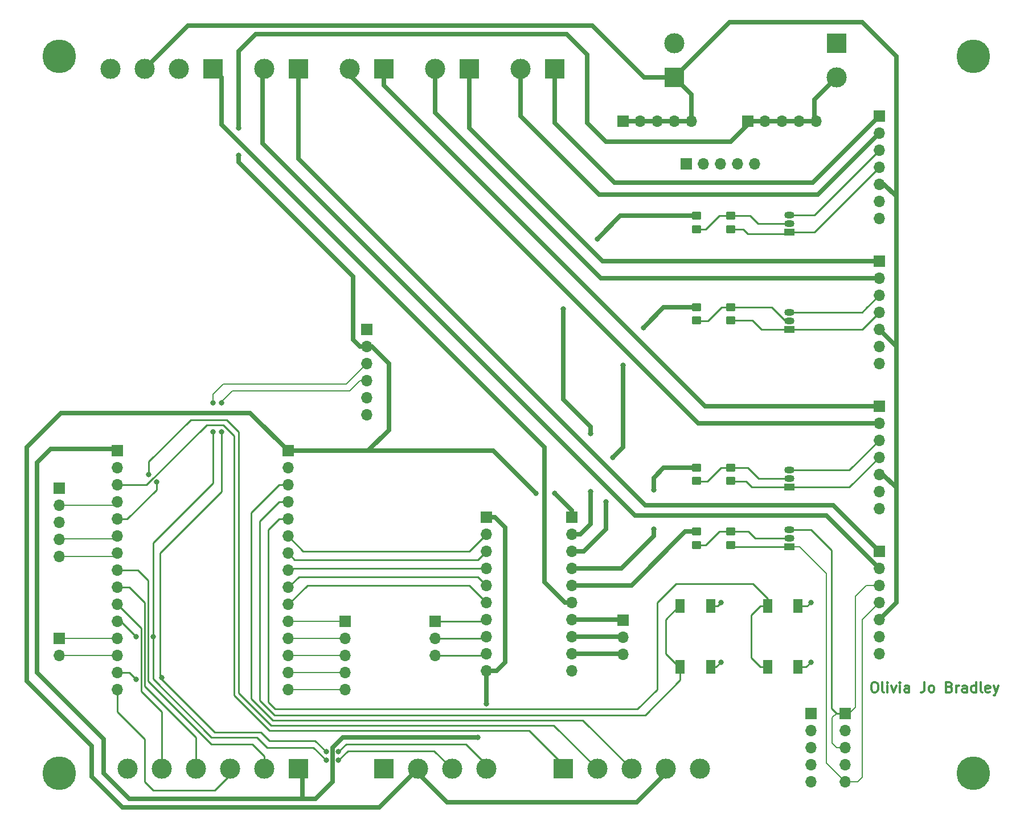
<source format=gtl>
G04 #@! TF.GenerationSoftware,KiCad,Pcbnew,(6.0.7)*
G04 #@! TF.CreationDate,2023-03-22T16:35:55-04:00*
G04 #@! TF.ProjectId,FlyBoxBoard,466c7942-6f78-4426-9f61-72642e6b6963,rev?*
G04 #@! TF.SameCoordinates,Original*
G04 #@! TF.FileFunction,Copper,L1,Top*
G04 #@! TF.FilePolarity,Positive*
%FSLAX46Y46*%
G04 Gerber Fmt 4.6, Leading zero omitted, Abs format (unit mm)*
G04 Created by KiCad (PCBNEW (6.0.7)) date 2023-03-22 16:35:55*
%MOMM*%
%LPD*%
G01*
G04 APERTURE LIST*
G04 Aperture macros list*
%AMRoundRect*
0 Rectangle with rounded corners*
0 $1 Rounding radius*
0 $2 $3 $4 $5 $6 $7 $8 $9 X,Y pos of 4 corners*
0 Add a 4 corners polygon primitive as box body*
4,1,4,$2,$3,$4,$5,$6,$7,$8,$9,$2,$3,0*
0 Add four circle primitives for the rounded corners*
1,1,$1+$1,$2,$3*
1,1,$1+$1,$4,$5*
1,1,$1+$1,$6,$7*
1,1,$1+$1,$8,$9*
0 Add four rect primitives between the rounded corners*
20,1,$1+$1,$2,$3,$4,$5,0*
20,1,$1+$1,$4,$5,$6,$7,0*
20,1,$1+$1,$6,$7,$8,$9,0*
20,1,$1+$1,$8,$9,$2,$3,0*%
G04 Aperture macros list end*
%ADD10C,0.300000*%
G04 #@! TA.AperFunction,NonConductor*
%ADD11C,0.300000*%
G04 #@! TD*
G04 #@! TA.AperFunction,ComponentPad*
%ADD12R,1.500000X1.050000*%
G04 #@! TD*
G04 #@! TA.AperFunction,ComponentPad*
%ADD13O,1.500000X1.050000*%
G04 #@! TD*
G04 #@! TA.AperFunction,ComponentPad*
%ADD14R,3.000000X3.000000*%
G04 #@! TD*
G04 #@! TA.AperFunction,ComponentPad*
%ADD15C,3.000000*%
G04 #@! TD*
G04 #@! TA.AperFunction,SMDPad,CuDef*
%ADD16RoundRect,0.250000X-0.450000X0.350000X-0.450000X-0.350000X0.450000X-0.350000X0.450000X0.350000X0*%
G04 #@! TD*
G04 #@! TA.AperFunction,SMDPad,CuDef*
%ADD17RoundRect,0.250000X0.450000X-0.350000X0.450000X0.350000X-0.450000X0.350000X-0.450000X-0.350000X0*%
G04 #@! TD*
G04 #@! TA.AperFunction,ComponentPad*
%ADD18R,1.700000X1.700000*%
G04 #@! TD*
G04 #@! TA.AperFunction,ComponentPad*
%ADD19O,1.700000X1.700000*%
G04 #@! TD*
G04 #@! TA.AperFunction,SMDPad,CuDef*
%ADD20R,1.400000X2.100000*%
G04 #@! TD*
G04 #@! TA.AperFunction,ViaPad*
%ADD21C,5.000000*%
G04 #@! TD*
G04 #@! TA.AperFunction,ViaPad*
%ADD22C,0.800000*%
G04 #@! TD*
G04 #@! TA.AperFunction,Conductor*
%ADD23C,0.250000*%
G04 #@! TD*
G04 #@! TA.AperFunction,Conductor*
%ADD24C,0.635000*%
G04 #@! TD*
G04 #@! TA.AperFunction,Conductor*
%ADD25C,0.203200*%
G04 #@! TD*
G04 #@! TA.AperFunction,Conductor*
%ADD26C,0.254000*%
G04 #@! TD*
G04 APERTURE END LIST*
D10*
D11*
X143963571Y-116018571D02*
X144249285Y-116018571D01*
X144392142Y-116090000D01*
X144535000Y-116232857D01*
X144606428Y-116518571D01*
X144606428Y-117018571D01*
X144535000Y-117304285D01*
X144392142Y-117447142D01*
X144249285Y-117518571D01*
X143963571Y-117518571D01*
X143820714Y-117447142D01*
X143677857Y-117304285D01*
X143606428Y-117018571D01*
X143606428Y-116518571D01*
X143677857Y-116232857D01*
X143820714Y-116090000D01*
X143963571Y-116018571D01*
X145463571Y-117518571D02*
X145320714Y-117447142D01*
X145249285Y-117304285D01*
X145249285Y-116018571D01*
X146035000Y-117518571D02*
X146035000Y-116518571D01*
X146035000Y-116018571D02*
X145963571Y-116090000D01*
X146035000Y-116161428D01*
X146106428Y-116090000D01*
X146035000Y-116018571D01*
X146035000Y-116161428D01*
X146606428Y-116518571D02*
X146963571Y-117518571D01*
X147320714Y-116518571D01*
X147892142Y-117518571D02*
X147892142Y-116518571D01*
X147892142Y-116018571D02*
X147820714Y-116090000D01*
X147892142Y-116161428D01*
X147963571Y-116090000D01*
X147892142Y-116018571D01*
X147892142Y-116161428D01*
X149249285Y-117518571D02*
X149249285Y-116732857D01*
X149177857Y-116590000D01*
X149035000Y-116518571D01*
X148749285Y-116518571D01*
X148606428Y-116590000D01*
X149249285Y-117447142D02*
X149106428Y-117518571D01*
X148749285Y-117518571D01*
X148606428Y-117447142D01*
X148535000Y-117304285D01*
X148535000Y-117161428D01*
X148606428Y-117018571D01*
X148749285Y-116947142D01*
X149106428Y-116947142D01*
X149249285Y-116875714D01*
X151535000Y-116018571D02*
X151535000Y-117090000D01*
X151463571Y-117304285D01*
X151320714Y-117447142D01*
X151106428Y-117518571D01*
X150963571Y-117518571D01*
X152463571Y-117518571D02*
X152320714Y-117447142D01*
X152249285Y-117375714D01*
X152177857Y-117232857D01*
X152177857Y-116804285D01*
X152249285Y-116661428D01*
X152320714Y-116590000D01*
X152463571Y-116518571D01*
X152677857Y-116518571D01*
X152820714Y-116590000D01*
X152892142Y-116661428D01*
X152963571Y-116804285D01*
X152963571Y-117232857D01*
X152892142Y-117375714D01*
X152820714Y-117447142D01*
X152677857Y-117518571D01*
X152463571Y-117518571D01*
X155249285Y-116732857D02*
X155463571Y-116804285D01*
X155535000Y-116875714D01*
X155606428Y-117018571D01*
X155606428Y-117232857D01*
X155535000Y-117375714D01*
X155463571Y-117447142D01*
X155320714Y-117518571D01*
X154749285Y-117518571D01*
X154749285Y-116018571D01*
X155249285Y-116018571D01*
X155392142Y-116090000D01*
X155463571Y-116161428D01*
X155535000Y-116304285D01*
X155535000Y-116447142D01*
X155463571Y-116590000D01*
X155392142Y-116661428D01*
X155249285Y-116732857D01*
X154749285Y-116732857D01*
X156249285Y-117518571D02*
X156249285Y-116518571D01*
X156249285Y-116804285D02*
X156320714Y-116661428D01*
X156392142Y-116590000D01*
X156535000Y-116518571D01*
X156677857Y-116518571D01*
X157820714Y-117518571D02*
X157820714Y-116732857D01*
X157749285Y-116590000D01*
X157606428Y-116518571D01*
X157320714Y-116518571D01*
X157177857Y-116590000D01*
X157820714Y-117447142D02*
X157677857Y-117518571D01*
X157320714Y-117518571D01*
X157177857Y-117447142D01*
X157106428Y-117304285D01*
X157106428Y-117161428D01*
X157177857Y-117018571D01*
X157320714Y-116947142D01*
X157677857Y-116947142D01*
X157820714Y-116875714D01*
X159177857Y-117518571D02*
X159177857Y-116018571D01*
X159177857Y-117447142D02*
X159035000Y-117518571D01*
X158749285Y-117518571D01*
X158606428Y-117447142D01*
X158535000Y-117375714D01*
X158463571Y-117232857D01*
X158463571Y-116804285D01*
X158535000Y-116661428D01*
X158606428Y-116590000D01*
X158749285Y-116518571D01*
X159035000Y-116518571D01*
X159177857Y-116590000D01*
X160106428Y-117518571D02*
X159963571Y-117447142D01*
X159892142Y-117304285D01*
X159892142Y-116018571D01*
X161249285Y-117447142D02*
X161106428Y-117518571D01*
X160820714Y-117518571D01*
X160677857Y-117447142D01*
X160606428Y-117304285D01*
X160606428Y-116732857D01*
X160677857Y-116590000D01*
X160820714Y-116518571D01*
X161106428Y-116518571D01*
X161249285Y-116590000D01*
X161320714Y-116732857D01*
X161320714Y-116875714D01*
X160606428Y-117018571D01*
X161820714Y-116518571D02*
X162177857Y-117518571D01*
X162535000Y-116518571D02*
X162177857Y-117518571D01*
X162035000Y-117875714D01*
X161963571Y-117947142D01*
X161820714Y-118018571D01*
D12*
G04 #@! TO.P,J20,1,E*
G04 #@! TO.N,Net-(J16-Pad2)*
X131445000Y-95885000D03*
D13*
G04 #@! TO.P,J20,2,B*
G04 #@! TO.N,Net-(J16-Pad1)*
X131445000Y-94615000D03*
G04 #@! TO.P,J20,3,C*
G04 #@! TO.N,Net-(J20-Pad3)*
X131445000Y-93345000D03*
G04 #@! TD*
D14*
G04 #@! TO.P,J11,1,Pin_1*
G04 #@! TO.N,/G LED+*
X83820000Y-24765000D03*
D15*
G04 #@! TO.P,J11,2,Pin_2*
G04 #@! TO.N,/G LED-*
X78740000Y-24765000D03*
G04 #@! TD*
D16*
G04 #@! TO.P,J33,1*
G04 #@! TO.N,Net-(J33-Pad1)*
X122682000Y-84090000D03*
G04 #@! TO.P,J33,2*
G04 #@! TO.N,Net-(J33-Pad2)*
X122682000Y-86090000D03*
G04 #@! TD*
G04 #@! TO.P,J29,1*
G04 #@! TO.N,Net-(J29-Pad1)*
X122682000Y-46625000D03*
G04 #@! TO.P,J29,2*
G04 #@! TO.N,Net-(J29-Pad2)*
X122682000Y-48625000D03*
G04 #@! TD*
D17*
G04 #@! TO.P,J30,1*
G04 #@! TO.N,Net-(J29-Pad1)*
X117602000Y-48625000D03*
G04 #@! TO.P,J30,2*
G04 #@! TO.N,/HV1*
X117602000Y-46625000D03*
G04 #@! TD*
D12*
G04 #@! TO.P,J36,1,E*
G04 #@! TO.N,Net-(J31-Pad2)*
X131445000Y-63500000D03*
D13*
G04 #@! TO.P,J36,2,B*
G04 #@! TO.N,Net-(J31-Pad1)*
X131445000Y-62230000D03*
G04 #@! TO.P,J36,3,C*
G04 #@! TO.N,Net-(J36-Pad3)*
X131445000Y-60960000D03*
G04 #@! TD*
D18*
G04 #@! TO.P,J21,1,Pin_1*
G04 #@! TO.N,Net-(J21-Pad1)*
X78740000Y-106988200D03*
D19*
G04 #@! TO.P,J21,2,Pin_2*
G04 #@! TO.N,Net-(J21-Pad2)*
X78740000Y-109528200D03*
G04 #@! TO.P,J21,3,Pin_3*
G04 #@! TO.N,Net-(J21-Pad3)*
X78740000Y-112068200D03*
G04 #@! TD*
D14*
G04 #@! TO.P,J6,1,Pin_1*
G04 #@! TO.N,/D15*
X97790000Y-128905000D03*
D15*
G04 #@! TO.P,J6,2,Pin_2*
G04 #@! TO.N,/D4*
X102870000Y-128905000D03*
G04 #@! TO.P,J6,3,Pin_3*
G04 #@! TO.N,/D13*
X107950000Y-128905000D03*
G04 #@! TO.P,J6,4,Pin_4*
G04 #@! TO.N,/5V*
X113030000Y-128905000D03*
G04 #@! TO.P,J6,5,Pin_5*
G04 #@! TO.N,/GND*
X118110000Y-128905000D03*
G04 #@! TD*
D16*
G04 #@! TO.P,J16,1*
G04 #@! TO.N,Net-(J16-Pad1)*
X122682000Y-93615000D03*
G04 #@! TO.P,J16,2*
G04 #@! TO.N,Net-(J16-Pad2)*
X122682000Y-95615000D03*
G04 #@! TD*
D18*
G04 #@! TO.P,J27,1,Pin_1*
G04 #@! TO.N,/5V*
X99060000Y-91440000D03*
D19*
G04 #@! TO.P,J27,2,Pin_2*
G04 #@! TO.N,/HV1*
X99060000Y-93980000D03*
G04 #@! TO.P,J27,3,Pin_3*
G04 #@! TO.N,/HV2*
X99060000Y-96520000D03*
G04 #@! TO.P,J27,4,Pin_4*
G04 #@! TO.N,/HV3*
X99060000Y-99060000D03*
G04 #@! TO.P,J27,5,Pin_5*
G04 #@! TO.N,/HV4*
X99060000Y-101600000D03*
G04 #@! TO.P,J27,6,Pin_6*
G04 #@! TO.N,/HV5*
X99060000Y-104140000D03*
G04 #@! TO.P,J27,7,Pin_7*
G04 #@! TO.N,Net-(J27-Pad7)*
X99060000Y-106680000D03*
G04 #@! TO.P,J27,8,Pin_8*
G04 #@! TO.N,Net-(J27-Pad8)*
X99060000Y-109220000D03*
G04 #@! TO.P,J27,9,Pin_9*
G04 #@! TO.N,Net-(J27-Pad9)*
X99060000Y-111760000D03*
G04 #@! TO.P,J27,10,Pin_10*
G04 #@! TO.N,/GND*
X99060000Y-114300000D03*
G04 #@! TD*
D18*
G04 #@! TO.P,J40,1,Pin_1*
G04 #@! TO.N,/R LED+*
X144780000Y-74930000D03*
D19*
G04 #@! TO.P,J40,2,Pin_2*
G04 #@! TO.N,/R LED-*
X144780000Y-77470000D03*
G04 #@! TO.P,J40,3,Pin_3*
G04 #@! TO.N,Net-(J37-Pad3)*
X144780000Y-80010000D03*
G04 #@! TO.P,J40,4,Pin_4*
G04 #@! TO.N,Net-(J33-Pad2)*
X144780000Y-82550000D03*
G04 #@! TO.P,J40,5,Pin_5*
G04 #@! TO.N,/12V*
X144780000Y-85090000D03*
G04 #@! TO.P,J40,6,Pin_6*
G04 #@! TO.N,unconnected-(J40-Pad6)*
X144780000Y-87630000D03*
G04 #@! TO.P,J40,7,Pin_7*
G04 #@! TO.N,/GND*
X144780000Y-90170000D03*
G04 #@! TD*
D18*
G04 #@! TO.P,J5,1,Pin_1*
G04 #@! TO.N,/5V*
X56926800Y-81588200D03*
D19*
G04 #@! TO.P,J5,2,Pin_2*
G04 #@! TO.N,/GND*
X56926800Y-84128200D03*
G04 #@! TO.P,J5,3,Pin_3*
G04 #@! TO.N,/D13*
X56926800Y-86668200D03*
G04 #@! TO.P,J5,4,Pin_4*
G04 #@! TO.N,/D12*
X56926800Y-89208200D03*
G04 #@! TO.P,J5,5,Pin_5*
G04 #@! TO.N,/D14*
X56926800Y-91748200D03*
G04 #@! TO.P,J5,6,Pin_6*
G04 #@! TO.N,/D27*
X56926800Y-94288200D03*
G04 #@! TO.P,J5,7,Pin_7*
G04 #@! TO.N,/D26*
X56926800Y-96828200D03*
G04 #@! TO.P,J5,8,Pin_8*
G04 #@! TO.N,/D25*
X56926800Y-99368200D03*
G04 #@! TO.P,J5,9,Pin_9*
G04 #@! TO.N,/D33*
X56926800Y-101908200D03*
G04 #@! TO.P,J5,10,Pin_10*
G04 #@! TO.N,/D32*
X56926800Y-104448200D03*
G04 #@! TO.P,J5,11,Pin_11*
G04 #@! TO.N,Net-(J25-Pad1)*
X56926800Y-106988200D03*
G04 #@! TO.P,J5,12,Pin_12*
G04 #@! TO.N,Net-(J25-Pad2)*
X56926800Y-109528200D03*
G04 #@! TO.P,J5,13,Pin_13*
G04 #@! TO.N,Net-(J25-Pad3)*
X56926800Y-112068200D03*
G04 #@! TO.P,J5,14,Pin_14*
G04 #@! TO.N,Net-(J25-Pad4)*
X56926800Y-114608200D03*
G04 #@! TO.P,J5,15,Pin_15*
G04 #@! TO.N,Net-(J25-Pad5)*
X56926800Y-117148200D03*
G04 #@! TD*
D12*
G04 #@! TO.P,J35,1,E*
G04 #@! TO.N,Net-(J29-Pad2)*
X131445000Y-49022000D03*
D13*
G04 #@! TO.P,J35,2,B*
G04 #@! TO.N,Net-(J29-Pad1)*
X131445000Y-47752000D03*
G04 #@! TO.P,J35,3,C*
G04 #@! TO.N,Net-(J35-Pad3)*
X131445000Y-46482000D03*
G04 #@! TD*
D18*
G04 #@! TO.P,J25,1,Pin_1*
G04 #@! TO.N,Net-(J25-Pad1)*
X65405000Y-106934000D03*
D19*
G04 #@! TO.P,J25,2,Pin_2*
G04 #@! TO.N,Net-(J25-Pad2)*
X65405000Y-109474000D03*
G04 #@! TO.P,J25,3,Pin_3*
G04 #@! TO.N,Net-(J25-Pad3)*
X65405000Y-112014000D03*
G04 #@! TO.P,J25,4,Pin_4*
G04 #@! TO.N,Net-(J25-Pad4)*
X65405000Y-114554000D03*
G04 #@! TO.P,J25,5,Pin_5*
G04 #@! TO.N,Net-(J25-Pad5)*
X65405000Y-117094000D03*
G04 #@! TD*
D18*
G04 #@! TO.P,J4,1,Pin_1*
G04 #@! TO.N,/GND*
X68580000Y-63500000D03*
D19*
G04 #@! TO.P,J4,2,Pin_2*
G04 #@! TO.N,/5V*
X68580000Y-66040000D03*
G04 #@! TO.P,J4,3,Pin_3*
G04 #@! TO.N,/D21*
X68580000Y-68580000D03*
G04 #@! TO.P,J4,4,Pin_4*
G04 #@! TO.N,/D22*
X68580000Y-71120000D03*
G04 #@! TO.P,J4,5,Pin_5*
G04 #@! TO.N,unconnected-(J4-Pad5)*
X68580000Y-73660000D03*
G04 #@! TO.P,J4,6,Pin_6*
G04 #@! TO.N,unconnected-(J4-Pad6)*
X68580000Y-76200000D03*
G04 #@! TD*
D14*
G04 #@! TO.P,J15,1,Pin_1*
G04 #@! TO.N,/3V3*
X58420000Y-128905000D03*
D15*
G04 #@! TO.P,J15,2,Pin_2*
G04 #@! TO.N,/D5*
X53340000Y-128905000D03*
G04 #@! TO.P,J15,3,Pin_3*
G04 #@! TO.N,/D23*
X48260000Y-128905000D03*
G04 #@! TO.P,J15,4,Pin_4*
G04 #@! TO.N,/D18*
X43180000Y-128905000D03*
G04 #@! TO.P,J15,5,Pin_5*
G04 #@! TO.N,/D19*
X38100000Y-128905000D03*
G04 #@! TO.P,J15,6,Pin_6*
G04 #@! TO.N,/GND*
X33020000Y-128905000D03*
G04 #@! TD*
D18*
G04 #@! TO.P,J24,1,Pin_1*
G04 #@! TO.N,/GND*
X116078000Y-38862000D03*
D19*
G04 #@! TO.P,J24,2,Pin_2*
X118618000Y-38862000D03*
G04 #@! TO.P,J24,3,Pin_3*
X121158000Y-38862000D03*
G04 #@! TO.P,J24,4,Pin_4*
X123698000Y-38862000D03*
G04 #@! TO.P,J24,5,Pin_5*
X126238000Y-38862000D03*
G04 #@! TD*
D14*
G04 #@! TO.P,J10,1,Pin_1*
G04 #@! TO.N,/R LED+*
X71120000Y-24765000D03*
D15*
G04 #@! TO.P,J10,2,Pin_2*
G04 #@! TO.N,/R LED-*
X66040000Y-24765000D03*
G04 #@! TD*
D18*
G04 #@! TO.P,J22,1,Pin_1*
G04 #@! TO.N,N/C*
X134645000Y-120680000D03*
D19*
G04 #@! TO.P,J22,2,Pin_2*
X134645000Y-123220000D03*
G04 #@! TO.P,J22,3,Pin_3*
X134645000Y-125760000D03*
G04 #@! TO.P,J22,4,Pin_4*
X134645000Y-128300000D03*
G04 #@! TO.P,J22,5,Pin_5*
X134645000Y-130840000D03*
G04 #@! TD*
D17*
G04 #@! TO.P,J32,1*
G04 #@! TO.N,Net-(J31-Pad1)*
X117602000Y-62222000D03*
G04 #@! TO.P,J32,2*
G04 #@! TO.N,/HV2*
X117602000Y-60222000D03*
G04 #@! TD*
D14*
G04 #@! TO.P,J9,1,Pin_1*
G04 #@! TO.N,/HV5*
X45720000Y-24765000D03*
D15*
G04 #@! TO.P,J9,2,Pin_2*
G04 #@! TO.N,/X*
X40640000Y-24765000D03*
G04 #@! TO.P,J9,3,Pin_3*
G04 #@! TO.N,/12V*
X35560000Y-24765000D03*
G04 #@! TO.P,J9,4,Pin_4*
G04 #@! TO.N,/GND*
X30480000Y-24765000D03*
G04 #@! TD*
D18*
G04 #@! TO.P,J7,1,Pin_1*
G04 #@! TO.N,/5V*
X125222000Y-32512000D03*
D19*
G04 #@! TO.P,J7,2,Pin_2*
X127762000Y-32512000D03*
G04 #@! TO.P,J7,3,Pin_3*
X130302000Y-32512000D03*
G04 #@! TO.P,J7,4,Pin_4*
X132842000Y-32512000D03*
G04 #@! TO.P,J7,5,Pin_5*
X135382000Y-32512000D03*
G04 #@! TD*
D16*
G04 #@! TO.P,J31,1*
G04 #@! TO.N,Net-(J31-Pad1)*
X122682000Y-60222000D03*
G04 #@! TO.P,J31,2*
G04 #@! TO.N,Net-(J31-Pad2)*
X122682000Y-62222000D03*
G04 #@! TD*
D18*
G04 #@! TO.P,J28,1,Pin_1*
G04 #@! TO.N,Net-(J27-Pad7)*
X106680000Y-106805800D03*
D19*
G04 #@! TO.P,J28,2,Pin_2*
G04 #@! TO.N,Net-(J27-Pad8)*
X106680000Y-109345800D03*
G04 #@! TO.P,J28,3,Pin_3*
G04 #@! TO.N,Net-(J27-Pad9)*
X106680000Y-111885800D03*
G04 #@! TD*
D18*
G04 #@! TO.P,J3,1,Pin_1*
G04 #@! TO.N,/3V3*
X31526800Y-81588200D03*
D19*
G04 #@! TO.P,J3,2,Pin_2*
G04 #@! TO.N,/GND*
X31526800Y-84128200D03*
G04 #@! TO.P,J3,3,Pin_3*
G04 #@! TO.N,/D15*
X31526800Y-86668200D03*
G04 #@! TO.P,J3,4,Pin_4*
G04 #@! TO.N,Net-(J18-Pad2)*
X31526800Y-89208200D03*
G04 #@! TO.P,J3,5,Pin_5*
G04 #@! TO.N,/D4*
X31526800Y-91748200D03*
G04 #@! TO.P,J3,6,Pin_6*
G04 #@! TO.N,Net-(J18-Pad4)*
X31526800Y-94288200D03*
G04 #@! TO.P,J3,7,Pin_7*
G04 #@! TO.N,Net-(J18-Pad5)*
X31526800Y-96828200D03*
G04 #@! TO.P,J3,8,Pin_8*
G04 #@! TO.N,/D5*
X31526800Y-99368200D03*
G04 #@! TO.P,J3,9,Pin_9*
G04 #@! TO.N,/D18*
X31526800Y-101908200D03*
G04 #@! TO.P,J3,10,Pin_10*
G04 #@! TO.N,/D19*
X31526800Y-104448200D03*
G04 #@! TO.P,J3,11,Pin_11*
G04 #@! TO.N,/D21*
X31526800Y-106988200D03*
G04 #@! TO.P,J3,12,Pin_12*
G04 #@! TO.N,Net-(J19-Pad1)*
X31526800Y-109528200D03*
G04 #@! TO.P,J3,13,Pin_13*
G04 #@! TO.N,Net-(J19-Pad2)*
X31526800Y-112068200D03*
G04 #@! TO.P,J3,14,Pin_14*
G04 #@! TO.N,/D22*
X31526800Y-114608200D03*
G04 #@! TO.P,J3,15,Pin_15*
G04 #@! TO.N,/D23*
X31526800Y-117148200D03*
G04 #@! TD*
D18*
G04 #@! TO.P,J19,1,Pin_1*
G04 #@! TO.N,Net-(J19-Pad1)*
X22885000Y-109528200D03*
D19*
G04 #@! TO.P,J19,2,Pin_2*
G04 #@! TO.N,Net-(J19-Pad2)*
X22885000Y-112068200D03*
G04 #@! TD*
D18*
G04 #@! TO.P,J39,1,Pin_1*
G04 #@! TO.N,/G LED+*
X144780000Y-53340000D03*
D19*
G04 #@! TO.P,J39,2,Pin_2*
G04 #@! TO.N,/G LED-*
X144780000Y-55880000D03*
G04 #@! TO.P,J39,3,Pin_3*
G04 #@! TO.N,Net-(J36-Pad3)*
X144780000Y-58420000D03*
G04 #@! TO.P,J39,4,Pin_4*
G04 #@! TO.N,Net-(J31-Pad2)*
X144780000Y-60960000D03*
G04 #@! TO.P,J39,5,Pin_5*
G04 #@! TO.N,/12V*
X144780000Y-63500000D03*
G04 #@! TO.P,J39,6,Pin_6*
G04 #@! TO.N,unconnected-(J39-Pad6)*
X144780000Y-66040000D03*
G04 #@! TO.P,J39,7,Pin_7*
G04 #@! TO.N,/GND*
X144780000Y-68580000D03*
G04 #@! TD*
D14*
G04 #@! TO.P,J13,1,Pin_1*
G04 #@! TO.N,/IR LED+*
X58420000Y-24765000D03*
D15*
G04 #@! TO.P,J13,2,Pin_2*
G04 #@! TO.N,/IR LED-*
X53340000Y-24765000D03*
G04 #@! TD*
D14*
G04 #@! TO.P,J12,1,Pin_1*
G04 #@! TO.N,/W LED+*
X96520000Y-24765000D03*
D15*
G04 #@! TO.P,J12,2,Pin_2*
G04 #@! TO.N,/W LED-*
X91440000Y-24765000D03*
G04 #@! TD*
D20*
G04 #@! TO.P,S2,1*
G04 #@! TO.N,/D14*
X128215000Y-113770000D03*
G04 #@! TO.P,S2,2*
X128215000Y-104670000D03*
G04 #@! TO.P,S2,3*
G04 #@! TO.N,/GND*
X132715000Y-113770000D03*
G04 #@! TO.P,S2,4*
X132715000Y-104670000D03*
G04 #@! TD*
D14*
G04 #@! TO.P,J1,1,Pin_1*
G04 #@! TO.N,/GND*
X138430000Y-20955000D03*
D15*
G04 #@! TO.P,J1,2,Pin_2*
G04 #@! TO.N,/5V*
X138430000Y-26035000D03*
G04 #@! TD*
D17*
G04 #@! TO.P,J17,1*
G04 #@! TO.N,Net-(J16-Pad1)*
X117602000Y-95615000D03*
G04 #@! TO.P,J17,2*
G04 #@! TO.N,/HV4*
X117602000Y-93615000D03*
G04 #@! TD*
D18*
G04 #@! TO.P,J22,1,Pin_1*
G04 #@! TO.N,Net-(J20-Pad3)*
X139700000Y-120650000D03*
D19*
G04 #@! TO.P,J22,2,Pin_2*
G04 #@! TO.N,unconnected-(J22-Pad2)*
X139700000Y-123190000D03*
G04 #@! TO.P,J22,3,Pin_3*
G04 #@! TO.N,Net-(J20-Pad3)*
X139700000Y-125730000D03*
G04 #@! TO.P,J22,4,Pin_4*
G04 #@! TO.N,unconnected-(J22-Pad4)*
X139700000Y-128270000D03*
G04 #@! TO.P,J22,5,Pin_5*
G04 #@! TO.N,Net-(J16-Pad2)*
X139700000Y-130810000D03*
G04 #@! TD*
D18*
G04 #@! TO.P,J26,1,Pin_1*
G04 #@! TO.N,/IR LED+*
X144780000Y-96520000D03*
D19*
G04 #@! TO.P,J26,2,Pin_2*
G04 #@! TO.N,/IR LED-*
X144780000Y-99060000D03*
G04 #@! TO.P,J26,3,Pin_3*
G04 #@! TO.N,Net-(J20-Pad3)*
X144780000Y-101600000D03*
G04 #@! TO.P,J26,4,Pin_4*
G04 #@! TO.N,Net-(J16-Pad2)*
X144780000Y-104140000D03*
G04 #@! TO.P,J26,5,Pin_5*
G04 #@! TO.N,/12V*
X144780000Y-106680000D03*
G04 #@! TO.P,J26,6,Pin_6*
G04 #@! TO.N,unconnected-(J26-Pad6)*
X144780000Y-109220000D03*
G04 #@! TO.P,J26,7,Pin_7*
G04 #@! TO.N,/GND*
X144780000Y-111760000D03*
G04 #@! TD*
D18*
G04 #@! TO.P,J23,1,Pin_1*
G04 #@! TO.N,/3V3*
X86360000Y-91440000D03*
D19*
G04 #@! TO.P,J23,2,Pin_2*
G04 #@! TO.N,/D27*
X86360000Y-93980000D03*
G04 #@! TO.P,J23,3,Pin_3*
G04 #@! TO.N,/D26*
X86360000Y-96520000D03*
G04 #@! TO.P,J23,4,Pin_4*
G04 #@! TO.N,/D25*
X86360000Y-99060000D03*
G04 #@! TO.P,J23,5,Pin_5*
G04 #@! TO.N,/D33*
X86360000Y-101600000D03*
G04 #@! TO.P,J23,6,Pin_6*
G04 #@! TO.N,/D32*
X86360000Y-104140000D03*
G04 #@! TO.P,J23,7,Pin_7*
G04 #@! TO.N,Net-(J21-Pad1)*
X86360000Y-106680000D03*
G04 #@! TO.P,J23,8,Pin_8*
G04 #@! TO.N,Net-(J21-Pad2)*
X86360000Y-109220000D03*
G04 #@! TO.P,J23,9,Pin_9*
G04 #@! TO.N,Net-(J21-Pad3)*
X86360000Y-111760000D03*
G04 #@! TO.P,J23,10,Pin_10*
G04 #@! TO.N,/3V3*
X86360000Y-114300000D03*
G04 #@! TD*
D14*
G04 #@! TO.P,J14,1,Pin_1*
G04 #@! TO.N,/GND*
X71120000Y-128905000D03*
D15*
G04 #@! TO.P,J14,2,Pin_2*
G04 #@! TO.N,/5V*
X76200000Y-128905000D03*
G04 #@! TO.P,J14,3,Pin_3*
G04 #@! TO.N,/D21*
X81280000Y-128905000D03*
G04 #@! TO.P,J14,4,Pin_4*
G04 #@! TO.N,/D22*
X86360000Y-128905000D03*
G04 #@! TD*
D12*
G04 #@! TO.P,J37,1,E*
G04 #@! TO.N,Net-(J33-Pad2)*
X131445000Y-86995000D03*
D13*
G04 #@! TO.P,J37,2,B*
G04 #@! TO.N,Net-(J33-Pad1)*
X131445000Y-85725000D03*
G04 #@! TO.P,J37,3,C*
G04 #@! TO.N,Net-(J37-Pad3)*
X131445000Y-84455000D03*
G04 #@! TD*
D14*
G04 #@! TO.P,J2,1,Pin_1*
G04 #@! TO.N,/12V*
X114300000Y-26035000D03*
D15*
G04 #@! TO.P,J2,2,Pin_2*
G04 #@! TO.N,/GND*
X114300000Y-20955000D03*
G04 #@! TD*
D18*
G04 #@! TO.P,J38,1,Pin_1*
G04 #@! TO.N,/W LED+*
X144780000Y-31750000D03*
D19*
G04 #@! TO.P,J38,2,Pin_2*
G04 #@! TO.N,/W LED-*
X144780000Y-34290000D03*
G04 #@! TO.P,J38,3,Pin_3*
G04 #@! TO.N,Net-(J35-Pad3)*
X144780000Y-36830000D03*
G04 #@! TO.P,J38,4,Pin_4*
G04 #@! TO.N,Net-(J29-Pad2)*
X144780000Y-39370000D03*
G04 #@! TO.P,J38,5,Pin_5*
G04 #@! TO.N,/12V*
X144780000Y-41910000D03*
G04 #@! TO.P,J38,6,Pin_6*
G04 #@! TO.N,unconnected-(J38-Pad6)*
X144780000Y-44450000D03*
G04 #@! TO.P,J38,7,Pin_7*
G04 #@! TO.N,/GND*
X144780000Y-46990000D03*
G04 #@! TD*
D17*
G04 #@! TO.P,J34,1*
G04 #@! TO.N,Net-(J33-Pad1)*
X117602000Y-86090000D03*
G04 #@! TO.P,J34,2*
G04 #@! TO.N,/HV3*
X117602000Y-84090000D03*
G04 #@! TD*
D18*
G04 #@! TO.P,J8,1,Pin_1*
G04 #@! TO.N,/12V*
X106680000Y-32512000D03*
D19*
G04 #@! TO.P,J8,2,Pin_2*
X109220000Y-32512000D03*
G04 #@! TO.P,J8,3,Pin_3*
X111760000Y-32512000D03*
G04 #@! TO.P,J8,4,Pin_4*
X114300000Y-32512000D03*
G04 #@! TO.P,J8,5,Pin_5*
X116840000Y-32512000D03*
G04 #@! TD*
D18*
G04 #@! TO.P,J18,1,Pin_1*
G04 #@! TO.N,unconnected-(J18-Pad1)*
X22885000Y-87146200D03*
D19*
G04 #@! TO.P,J18,2,Pin_2*
G04 #@! TO.N,Net-(J18-Pad2)*
X22885000Y-89686200D03*
G04 #@! TO.P,J18,3,Pin_3*
G04 #@! TO.N,unconnected-(J18-Pad3)*
X22885000Y-92226200D03*
G04 #@! TO.P,J18,4,Pin_4*
G04 #@! TO.N,Net-(J18-Pad4)*
X22885000Y-94766200D03*
G04 #@! TO.P,J18,5,Pin_5*
G04 #@! TO.N,Net-(J18-Pad5)*
X22885000Y-97306200D03*
G04 #@! TD*
D20*
G04 #@! TO.P,S1,1*
G04 #@! TO.N,/D12*
X115225000Y-113770000D03*
G04 #@! TO.P,S1,2*
X115225000Y-104670000D03*
G04 #@! TO.P,S1,3*
G04 #@! TO.N,/GND*
X119725000Y-113770000D03*
G04 #@! TO.P,S1,4*
X119725000Y-104670000D03*
G04 #@! TD*
D21*
G04 #@! TO.N,/GND*
X22860000Y-129540000D03*
D22*
X134620000Y-104140000D03*
X134620000Y-113030000D03*
X121285000Y-113030000D03*
X121285000Y-104140000D03*
D21*
X158750000Y-22860000D03*
X158750000Y-129540000D03*
X22860000Y-22860000D03*
D22*
G04 #@! TO.N,/5V*
X96520000Y-87884000D03*
X49530000Y-37592000D03*
X93726000Y-87884000D03*
X49530000Y-33528000D03*
G04 #@! TO.N,/3V3*
X86360000Y-119290500D03*
X85090000Y-124206000D03*
G04 #@! TO.N,/D21*
X64417000Y-127635000D03*
X36830000Y-109220000D03*
X34290000Y-109220000D03*
X62583000Y-127635000D03*
X45720000Y-74422000D03*
X45720000Y-78740000D03*
G04 #@! TO.N,/D22*
X46990000Y-78740000D03*
X62583000Y-126378417D03*
X34290000Y-115570000D03*
X64417000Y-126378417D03*
X46990000Y-74422000D03*
X38100000Y-115370260D03*
G04 #@! TO.N,/HV2*
X105156000Y-82550000D03*
X106680000Y-68834000D03*
X109728000Y-63246000D03*
X104140000Y-89154000D03*
G04 #@! TO.N,/HV3*
X111252000Y-87376000D03*
X111252000Y-93218000D03*
G04 #@! TO.N,/HV1*
X102870000Y-50038000D03*
X101854000Y-78994000D03*
X97790000Y-60452000D03*
X101854000Y-87630000D03*
G04 #@! TO.N,/D4*
X36195000Y-85090000D03*
X37342299Y-86237299D03*
G04 #@! TD*
D23*
G04 #@! TO.N,/GND*
X134620000Y-104140000D02*
X134090000Y-104670000D01*
X120755000Y-104670000D02*
X119725000Y-104670000D01*
X134090000Y-104670000D02*
X132715000Y-104670000D01*
X120545000Y-113770000D02*
X119725000Y-113770000D01*
X121285000Y-113030000D02*
X120545000Y-113770000D01*
X121285000Y-104140000D02*
X120755000Y-104670000D01*
X134620000Y-113030000D02*
X133880000Y-113770000D01*
X133880000Y-113770000D02*
X132715000Y-113770000D01*
D24*
G04 #@! TO.N,/5V*
X93726000Y-87884000D02*
X87430200Y-81588200D01*
X76200000Y-129540000D02*
X76200000Y-128905000D01*
X52070000Y-19558000D02*
X98298000Y-19558000D01*
X135382000Y-32512000D02*
X135128000Y-32258000D01*
X32258000Y-134620000D02*
X70485000Y-134620000D01*
X125222000Y-32512000D02*
X135382000Y-32512000D01*
X23114000Y-75946000D02*
X18034000Y-81026000D01*
X51284600Y-75946000D02*
X23114000Y-75946000D01*
X135128000Y-32258000D02*
X135128000Y-29337000D01*
X70485000Y-134620000D02*
X76200000Y-128905000D01*
X56926800Y-81588200D02*
X51284600Y-75946000D01*
X101346000Y-22606000D02*
X101346000Y-32766000D01*
X113030000Y-129540000D02*
X108712000Y-133858000D01*
X87430200Y-81588200D02*
X56926800Y-81588200D01*
X71882000Y-68580000D02*
X69342000Y-66040000D01*
X27686000Y-130048000D02*
X32258000Y-134620000D01*
X71882000Y-78486000D02*
X71882000Y-68580000D01*
X80518000Y-133858000D02*
X76200000Y-129540000D01*
X68779800Y-81588200D02*
X71882000Y-78486000D01*
X96520000Y-87884000D02*
X99060000Y-90424000D01*
X18034000Y-115824000D02*
X27686000Y-125476000D01*
X66548000Y-55626000D02*
X66548000Y-65024000D01*
X67564000Y-66040000D02*
X68580000Y-66040000D01*
X125222000Y-33020000D02*
X125222000Y-32512000D01*
X18034000Y-81026000D02*
X18034000Y-115824000D01*
X49530000Y-37592000D02*
X49530000Y-38608000D01*
X49530000Y-33528000D02*
X49530000Y-22098000D01*
X108712000Y-133858000D02*
X80518000Y-133858000D01*
X49530000Y-38608000D02*
X66548000Y-55626000D01*
X113030000Y-128905000D02*
X113030000Y-129540000D01*
X122682000Y-35560000D02*
X125222000Y-33020000D01*
X104140000Y-35560000D02*
X122682000Y-35560000D01*
X27686000Y-125476000D02*
X27686000Y-130048000D01*
X135128000Y-29337000D02*
X138430000Y-26035000D01*
X49530000Y-22098000D02*
X52070000Y-19558000D01*
X101346000Y-32766000D02*
X104140000Y-35560000D01*
X99060000Y-90424000D02*
X99060000Y-91440000D01*
X98298000Y-19558000D02*
X101346000Y-22606000D01*
X69342000Y-66040000D02*
X68580000Y-66040000D01*
X66548000Y-65024000D02*
X67564000Y-66040000D01*
X56926800Y-81588200D02*
X68779800Y-81588200D01*
G04 #@! TO.N,/12V*
X147320000Y-22860000D02*
X147320000Y-43738800D01*
X106680000Y-32512000D02*
X116840000Y-32512000D01*
X42037000Y-18288000D02*
X35560000Y-24765000D01*
X147320000Y-87101200D02*
X145308800Y-85090000D01*
X102108000Y-18288000D02*
X42037000Y-18288000D01*
X147320000Y-66040000D02*
X147320000Y-87101200D01*
X147320000Y-43738800D02*
X145491200Y-41910000D01*
X147320000Y-87101200D02*
X147320000Y-104140000D01*
X114300000Y-26035000D02*
X122555000Y-17780000D01*
X122555000Y-17780000D02*
X142240000Y-17780000D01*
X114300000Y-26035000D02*
X116840000Y-28575000D01*
X145491200Y-41910000D02*
X144780000Y-41910000D01*
X116840000Y-28575000D02*
X116840000Y-32512000D01*
X114300000Y-26035000D02*
X109855000Y-26035000D01*
X109855000Y-26035000D02*
X102108000Y-18288000D01*
X147320000Y-104140000D02*
X144780000Y-106680000D01*
X142240000Y-17780000D02*
X147320000Y-22860000D01*
X145308800Y-85090000D02*
X144780000Y-85090000D01*
X147320000Y-66040000D02*
X144780000Y-63500000D01*
X147320000Y-43738800D02*
X147320000Y-66040000D01*
G04 #@! TO.N,/3V3*
X21590000Y-81280000D02*
X19558000Y-83312000D01*
X19558000Y-83312000D02*
X19558000Y-114554000D01*
X29464000Y-124460000D02*
X29464000Y-129540000D01*
X86360000Y-119290500D02*
X86360000Y-114300000D01*
X63500000Y-130810000D02*
X60960000Y-133350000D01*
X33274000Y-133350000D02*
X59045500Y-133350000D01*
X89154000Y-113030000D02*
X89154000Y-92964000D01*
X87630000Y-91440000D02*
X86360000Y-91440000D01*
X65024000Y-124206000D02*
X63500000Y-125730000D01*
X60960000Y-133350000D02*
X59045500Y-133350000D01*
X31218600Y-81280000D02*
X21590000Y-81280000D01*
X86360000Y-114300000D02*
X87884000Y-114300000D01*
X85090000Y-124206000D02*
X65024000Y-124206000D01*
X87884000Y-114300000D02*
X89154000Y-113030000D01*
X89154000Y-92964000D02*
X87630000Y-91440000D01*
X19558000Y-114554000D02*
X29464000Y-124460000D01*
X58420000Y-128905000D02*
X59045500Y-129530500D01*
X59045500Y-129530500D02*
X59045500Y-133350000D01*
X63500000Y-125730000D02*
X63500000Y-130810000D01*
X29464000Y-129540000D02*
X33274000Y-133350000D01*
X31526800Y-81588200D02*
X31218600Y-81280000D01*
D25*
G04 #@! TO.N,Net-(J18-Pad2)*
X31425200Y-89686200D02*
X31526800Y-89584600D01*
X22885000Y-89686200D02*
X31425200Y-89686200D01*
G04 #@! TO.N,Net-(J18-Pad4)*
X31526800Y-94664600D02*
X22986600Y-94664600D01*
X22986600Y-94664600D02*
X22885000Y-94766200D01*
G04 #@! TO.N,Net-(J18-Pad5)*
X31425200Y-97306200D02*
X31526800Y-97204600D01*
X22885000Y-97306200D02*
X31425200Y-97306200D01*
D26*
G04 #@! TO.N,/D5*
X51562000Y-125222000D02*
X53340000Y-127000000D01*
X53340000Y-127000000D02*
X53340000Y-128905000D01*
X36068000Y-115824000D02*
X45466000Y-125222000D01*
X45466000Y-125222000D02*
X51562000Y-125222000D01*
X36068000Y-100838000D02*
X36068000Y-115824000D01*
X34598200Y-99368200D02*
X36068000Y-100838000D01*
X31526800Y-99368200D02*
X34598200Y-99368200D01*
G04 #@! TO.N,/D18*
X43180000Y-124206000D02*
X43180000Y-128905000D01*
X33328200Y-101908200D02*
X35560000Y-104140000D01*
X31526800Y-101908200D02*
X33328200Y-101908200D01*
X35560000Y-116586000D02*
X43180000Y-124206000D01*
X35560000Y-104140000D02*
X35560000Y-116586000D01*
G04 #@! TO.N,/D19*
X35106000Y-108027400D02*
X31526800Y-104448200D01*
X38100000Y-120396000D02*
X35106000Y-117402000D01*
X38100000Y-128905000D02*
X38100000Y-120396000D01*
X35106000Y-117402000D02*
X35106000Y-108027400D01*
G04 #@! TO.N,/D21*
X62583000Y-127635000D02*
X60678000Y-125730000D01*
X64417000Y-127635000D02*
X65814000Y-126238000D01*
X60678000Y-125730000D02*
X53788026Y-125730000D01*
X36830000Y-95250000D02*
X36830000Y-109220000D01*
X53788026Y-125730000D02*
X52264026Y-124206000D01*
D25*
X45720000Y-74422000D02*
X45720000Y-73152000D01*
X47244000Y-71628000D02*
X65532000Y-71628000D01*
D26*
X65814000Y-126238000D02*
X78613000Y-126238000D01*
X31526800Y-106988200D02*
X32058200Y-106988200D01*
X45720000Y-86360000D02*
X36830000Y-95250000D01*
X52264026Y-124206000D02*
X45480104Y-124206000D01*
X45720000Y-78740000D02*
X45720000Y-86360000D01*
X78613000Y-126238000D02*
X81280000Y-128905000D01*
D25*
X45720000Y-73152000D02*
X47244000Y-71628000D01*
D26*
X36830000Y-115555896D02*
X36830000Y-109220000D01*
X32058200Y-106988200D02*
X34290000Y-109220000D01*
D25*
X65532000Y-71628000D02*
X68580000Y-68580000D01*
D26*
X45480104Y-124206000D02*
X36830000Y-115555896D01*
D25*
G04 #@! TO.N,Net-(J19-Pad1)*
X22915000Y-109498200D02*
X31496800Y-109498200D01*
X22885000Y-109528200D02*
X22915000Y-109498200D01*
X31496800Y-109498200D02*
X31526800Y-109528200D01*
G04 #@! TO.N,Net-(J19-Pad2)*
X31526800Y-112068200D02*
X22885000Y-112068200D01*
D26*
G04 #@! TO.N,/D22*
X60918583Y-124714000D02*
X54102000Y-124714000D01*
X46990000Y-78740000D02*
X46990000Y-87630000D01*
X65573417Y-125222000D02*
X83312000Y-125222000D01*
X38100000Y-115570000D02*
X38100000Y-115370260D01*
X62583000Y-126378417D02*
X60918583Y-124714000D01*
D25*
X46990000Y-74422000D02*
X46990000Y-74295000D01*
D26*
X83312000Y-125222000D02*
X86360000Y-128270000D01*
X37846000Y-115116260D02*
X38100000Y-115370260D01*
X33328200Y-114608200D02*
X34290000Y-115570000D01*
X52832000Y-123444000D02*
X45974000Y-123444000D01*
D25*
X46990000Y-74295000D02*
X48641000Y-72644000D01*
D26*
X31526800Y-114608200D02*
X33328200Y-114608200D01*
X37846000Y-96774000D02*
X37846000Y-115116260D01*
X54102000Y-124714000D02*
X52832000Y-123444000D01*
D25*
X67564000Y-71120000D02*
X68580000Y-71120000D01*
D26*
X64417000Y-126378417D02*
X65573417Y-125222000D01*
X86360000Y-128270000D02*
X86360000Y-128905000D01*
X45974000Y-123444000D02*
X38100000Y-115570000D01*
D25*
X66040000Y-72644000D02*
X67564000Y-71120000D01*
X48641000Y-72644000D02*
X66040000Y-72644000D01*
D26*
X46990000Y-87630000D02*
X37846000Y-96774000D01*
G04 #@! TO.N,/D23*
X35560000Y-130810000D02*
X36830000Y-132080000D01*
X31526800Y-117148200D02*
X31526800Y-120426800D01*
X36830000Y-132080000D02*
X46037500Y-132080000D01*
X35560000Y-124460000D02*
X35560000Y-130810000D01*
X46037500Y-132080000D02*
X48260000Y-129857500D01*
X48260000Y-129857500D02*
X48260000Y-128905000D01*
X31526800Y-120426800D02*
X35560000Y-124460000D01*
G04 #@! TO.N,/D27*
X83820000Y-96520000D02*
X59158600Y-96520000D01*
X59158600Y-96520000D02*
X56926800Y-94288200D01*
X86360000Y-93980000D02*
X83820000Y-96520000D01*
G04 #@! TO.N,/D26*
X57888600Y-97790000D02*
X85090000Y-97790000D01*
X85090000Y-97790000D02*
X86360000Y-96520000D01*
X56926800Y-96828200D02*
X57888600Y-97790000D01*
G04 #@! TO.N,/D25*
X86360000Y-99060000D02*
X57235000Y-99060000D01*
X57235000Y-99060000D02*
X56926800Y-99368200D01*
G04 #@! TO.N,/D33*
X85090000Y-100330000D02*
X86360000Y-101600000D01*
X56926800Y-101908200D02*
X58505000Y-100330000D01*
X58505000Y-100330000D02*
X85090000Y-100330000D01*
G04 #@! TO.N,/D32*
X56926800Y-104448200D02*
X59775000Y-101600000D01*
X59775000Y-101600000D02*
X83820000Y-101600000D01*
X83820000Y-101600000D02*
X86360000Y-104140000D01*
D25*
G04 #@! TO.N,Net-(J25-Pad1)*
X56926800Y-106988200D02*
X65350800Y-106988200D01*
X65350800Y-106988200D02*
X65405000Y-106934000D01*
G04 #@! TO.N,Net-(J25-Pad2)*
X65405000Y-109474000D02*
X65350800Y-109528200D01*
X65350800Y-109528200D02*
X56926800Y-109528200D01*
G04 #@! TO.N,Net-(J25-Pad3)*
X56926800Y-112068200D02*
X65350800Y-112068200D01*
X65350800Y-112068200D02*
X65405000Y-112014000D01*
G04 #@! TO.N,Net-(J25-Pad4)*
X65350800Y-114608200D02*
X56926800Y-114608200D01*
X65405000Y-114554000D02*
X65350800Y-114608200D01*
G04 #@! TO.N,Net-(J25-Pad5)*
X56926800Y-117148200D02*
X65350800Y-117148200D01*
X65350800Y-117148200D02*
X65405000Y-117094000D01*
D24*
G04 #@! TO.N,/HV5*
X98044000Y-104140000D02*
X94996000Y-101092000D01*
X94996000Y-101092000D02*
X94996000Y-81026000D01*
X94996000Y-81026000D02*
X46990000Y-33020000D01*
X99060000Y-104140000D02*
X98044000Y-104140000D01*
X46990000Y-26035000D02*
X45720000Y-24765000D01*
X46990000Y-33020000D02*
X46990000Y-26035000D01*
G04 #@! TO.N,/R LED+*
X144780000Y-74930000D02*
X118872000Y-74930000D01*
X118872000Y-74930000D02*
X71120000Y-27178000D01*
X71120000Y-27178000D02*
X71120000Y-24765000D01*
G04 #@! TO.N,/R LED-*
X66040000Y-25654000D02*
X66040000Y-24765000D01*
X144780000Y-77470000D02*
X117856000Y-77470000D01*
X117856000Y-77470000D02*
X66040000Y-25654000D01*
G04 #@! TO.N,/G LED+*
X103632000Y-53340000D02*
X144780000Y-53340000D01*
X83820000Y-24765000D02*
X83820000Y-33528000D01*
X83820000Y-33528000D02*
X103632000Y-53340000D01*
G04 #@! TO.N,/G LED-*
X78740000Y-24765000D02*
X78740000Y-31242000D01*
X78740000Y-31242000D02*
X103378000Y-55880000D01*
X103378000Y-55880000D02*
X144780000Y-55880000D01*
G04 #@! TO.N,/W LED+*
X105410000Y-41656000D02*
X96520000Y-32766000D01*
X96520000Y-32766000D02*
X96520000Y-24765000D01*
X144780000Y-31750000D02*
X134874000Y-41656000D01*
X134874000Y-41656000D02*
X105410000Y-41656000D01*
G04 #@! TO.N,/W LED-*
X144780000Y-34290000D02*
X135636000Y-43434000D01*
X135636000Y-43434000D02*
X103124000Y-43434000D01*
X103124000Y-43434000D02*
X91440000Y-31750000D01*
X91440000Y-31750000D02*
X91440000Y-24765000D01*
G04 #@! TO.N,/IR LED+*
X144780000Y-96520000D02*
X137922000Y-89662000D01*
X109982000Y-89662000D02*
X58420000Y-38100000D01*
X58420000Y-38100000D02*
X58420000Y-24765000D01*
X137922000Y-89662000D02*
X109982000Y-89662000D01*
G04 #@! TO.N,/IR LED-*
X108458000Y-91186000D02*
X136906000Y-91186000D01*
X136906000Y-91186000D02*
X144780000Y-99060000D01*
X53086000Y-25019000D02*
X53086000Y-35814000D01*
X53340000Y-24765000D02*
X53086000Y-25019000D01*
X53086000Y-35814000D02*
X108458000Y-91186000D01*
G04 #@! TO.N,/HV4*
X107950000Y-101600000D02*
X115935000Y-93615000D01*
X99060000Y-101600000D02*
X107950000Y-101600000D01*
X115935000Y-93615000D02*
X117475000Y-93615000D01*
D23*
G04 #@! TO.N,Net-(J16-Pad1)*
X125365000Y-93615000D02*
X122682000Y-93615000D01*
X126365000Y-94615000D02*
X125365000Y-93615000D01*
X119015000Y-95615000D02*
X117475000Y-95615000D01*
X131445000Y-94615000D02*
X126365000Y-94615000D01*
X121015000Y-93615000D02*
X119015000Y-95615000D01*
X122682000Y-93615000D02*
X121015000Y-93615000D01*
D26*
G04 #@! TO.N,Net-(J21-Pad1)*
X78740000Y-106988200D02*
X78755000Y-106973200D01*
X78755000Y-106973200D02*
X86066800Y-106973200D01*
X86066800Y-106973200D02*
X86360000Y-106680000D01*
G04 #@! TO.N,Net-(J21-Pad2)*
X78755000Y-109513200D02*
X86066800Y-109513200D01*
X78740000Y-109528200D02*
X78755000Y-109513200D01*
X86066800Y-109513200D02*
X86360000Y-109220000D01*
G04 #@! TO.N,Net-(J21-Pad3)*
X78740000Y-112068200D02*
X78755000Y-112053200D01*
X86066800Y-112053200D02*
X86360000Y-111760000D01*
X78755000Y-112053200D02*
X86066800Y-112053200D01*
D24*
G04 #@! TO.N,/HV2*
X100838000Y-96520000D02*
X99060000Y-96520000D01*
X112752000Y-60222000D02*
X117602000Y-60222000D01*
X109728000Y-63246000D02*
X112752000Y-60222000D01*
X106680000Y-68834000D02*
X106680000Y-81026000D01*
X104140000Y-93218000D02*
X100838000Y-96520000D01*
X104140000Y-89154000D02*
X104140000Y-93218000D01*
X106680000Y-81026000D02*
X105156000Y-82550000D01*
G04 #@! TO.N,/HV3*
X111252000Y-94234000D02*
X106426000Y-99060000D01*
X112744000Y-84106000D02*
X117602000Y-84106000D01*
X106426000Y-99060000D02*
X99060000Y-99060000D01*
X111252000Y-85598000D02*
X112744000Y-84106000D01*
X111252000Y-93218000D02*
X111252000Y-94234000D01*
X111252000Y-87376000D02*
X111252000Y-85598000D01*
D26*
G04 #@! TO.N,Net-(J27-Pad7)*
X106614200Y-106740000D02*
X106680000Y-106805800D01*
X99060000Y-106680000D02*
X99120000Y-106740000D01*
D24*
X99120000Y-106740000D02*
X106614200Y-106740000D01*
G04 #@! TO.N,Net-(J27-Pad8)*
X99120000Y-109280000D02*
X106614200Y-109280000D01*
D26*
X106614200Y-109280000D02*
X106680000Y-109345800D01*
X99060000Y-109220000D02*
X99120000Y-109280000D01*
D24*
G04 #@! TO.N,Net-(J27-Pad9)*
X99120000Y-111820000D02*
X106614200Y-111820000D01*
D26*
X106614200Y-111820000D02*
X106680000Y-111885800D01*
X99060000Y-111760000D02*
X99120000Y-111820000D01*
D24*
G04 #@! TO.N,/HV1*
X100330000Y-93980000D02*
X99060000Y-93980000D01*
X102870000Y-50038000D02*
X106283000Y-46625000D01*
X106283000Y-46625000D02*
X117602000Y-46625000D01*
X101854000Y-92456000D02*
X100330000Y-93980000D01*
X101854000Y-87630000D02*
X101854000Y-92456000D01*
X97790000Y-60452000D02*
X97790000Y-73914000D01*
X97790000Y-73914000D02*
X101854000Y-77978000D01*
X101854000Y-77978000D02*
X101854000Y-78994000D01*
D25*
G04 #@! TO.N,Net-(J16-Pad2)*
X141605000Y-130810000D02*
X139700000Y-130810000D01*
X132969000Y-95885000D02*
X131445000Y-95885000D01*
X136906000Y-99822000D02*
X132969000Y-95885000D01*
X142240000Y-130175000D02*
X141605000Y-130810000D01*
D23*
X122555000Y-95615000D02*
X122825000Y-95885000D01*
D25*
X144780000Y-104140000D02*
X142240000Y-106680000D01*
X139700000Y-130810000D02*
X136906000Y-128016000D01*
X142240000Y-106680000D02*
X142240000Y-130175000D01*
D23*
X122825000Y-95885000D02*
X131445000Y-95885000D01*
D25*
X136906000Y-128016000D02*
X136906000Y-99822000D01*
D23*
G04 #@! TO.N,Net-(J29-Pad1)*
X118999000Y-48625000D02*
X120999000Y-46625000D01*
X126746000Y-47752000D02*
X125619000Y-46625000D01*
X117459000Y-48625000D02*
X118999000Y-48625000D01*
X125619000Y-46625000D02*
X122682000Y-46625000D01*
X131826000Y-47752000D02*
X126746000Y-47752000D01*
X120999000Y-46625000D02*
X122539000Y-46625000D01*
D26*
G04 #@! TO.N,Net-(J31-Pad1)*
X122682000Y-60222000D02*
X128802000Y-60222000D01*
D23*
X119358000Y-62252000D02*
X121388000Y-60222000D01*
X117873000Y-62252000D02*
X119358000Y-62252000D01*
D26*
X128802000Y-60222000D02*
X130810000Y-62230000D01*
X130810000Y-62230000D02*
X131445000Y-62230000D01*
D23*
X121388000Y-60222000D02*
X122928000Y-60222000D01*
G04 #@! TO.N,Net-(J20-Pad3)*
X131445000Y-93345000D02*
X134620000Y-93345000D01*
D25*
X138430000Y-125730000D02*
X137795000Y-125095000D01*
X137795000Y-125095000D02*
X137795000Y-121285000D01*
D23*
X137668000Y-119888000D02*
X138430000Y-120650000D01*
X134620000Y-93345000D02*
X137668000Y-96393000D01*
D25*
X138430000Y-120650000D02*
X139700000Y-120650000D01*
D23*
X137668000Y-96393000D02*
X137668000Y-119888000D01*
D25*
X137795000Y-121285000D02*
X138430000Y-120650000D01*
D26*
X138480800Y-120650000D02*
X139700000Y-120650000D01*
D25*
X141224000Y-119761000D02*
X140335000Y-120650000D01*
X139700000Y-125730000D02*
X138430000Y-125730000D01*
X142875000Y-101600000D02*
X141224000Y-103251000D01*
X141224000Y-103251000D02*
X141224000Y-119761000D01*
X140335000Y-120650000D02*
X139700000Y-120650000D01*
X144780000Y-101600000D02*
X142875000Y-101600000D01*
D23*
G04 #@! TO.N,Net-(J33-Pad1)*
X119253000Y-86106000D02*
X121253000Y-84106000D01*
X125254000Y-84106000D02*
X126873000Y-85725000D01*
X126873000Y-85725000D02*
X131445000Y-85725000D01*
X117348000Y-86106000D02*
X119253000Y-86106000D01*
X121253000Y-84106000D02*
X125254000Y-84106000D01*
D26*
G04 #@! TO.N,Net-(J33-Pad2)*
X133350000Y-86995000D02*
X125857000Y-86995000D01*
X133350000Y-86995000D02*
X140335000Y-86995000D01*
X140335000Y-86995000D02*
X144780000Y-82550000D01*
X124968000Y-86106000D02*
X122428000Y-86106000D01*
X125857000Y-86995000D02*
X124968000Y-86106000D01*
D23*
G04 #@! TO.N,Net-(J35-Pad3)*
X144780000Y-36830000D02*
X135128000Y-46482000D01*
X135128000Y-46482000D02*
X131826000Y-46482000D01*
G04 #@! TO.N,Net-(J36-Pad3)*
X131445000Y-60960000D02*
X142240000Y-60960000D01*
D26*
X142875000Y-60325000D02*
X144780000Y-58420000D01*
D23*
X142240000Y-60960000D02*
X142875000Y-60325000D01*
G04 #@! TO.N,Net-(J29-Pad2)*
X124571000Y-48625000D02*
X125222000Y-49276000D01*
X122682000Y-48625000D02*
X124571000Y-48625000D01*
D26*
X144780000Y-39370000D02*
X135128000Y-49022000D01*
D23*
X122539000Y-48625000D02*
X122682000Y-48625000D01*
D26*
X135128000Y-49022000D02*
X131826000Y-49022000D01*
D23*
X131572000Y-49276000D02*
X131826000Y-49022000D01*
X125222000Y-49276000D02*
X131572000Y-49276000D01*
D26*
G04 #@! TO.N,Net-(J31-Pad2)*
X125976000Y-62222000D02*
X122682000Y-62222000D01*
X144780000Y-60960000D02*
X142240000Y-63500000D01*
X133350000Y-63500000D02*
X127254000Y-63500000D01*
X127254000Y-63500000D02*
X125976000Y-62222000D01*
X142240000Y-63500000D02*
X133350000Y-63500000D01*
G04 #@! TO.N,Net-(J37-Pad3)*
X140335000Y-84455000D02*
X131445000Y-84455000D01*
X144780000Y-80010000D02*
X140335000Y-84455000D01*
D23*
G04 #@! TO.N,/D15*
X48895000Y-117983000D02*
X54102000Y-123190000D01*
X48895000Y-79375000D02*
X48895000Y-117983000D01*
X54102000Y-123190000D02*
X92710000Y-123190000D01*
X44831000Y-77724000D02*
X47244000Y-77724000D01*
X92710000Y-123190000D02*
X97790000Y-128270000D01*
X31526800Y-86668200D02*
X35886800Y-86668200D01*
X35886800Y-86668200D02*
X44831000Y-77724000D01*
X97790000Y-128270000D02*
X97790000Y-128905000D01*
X47244000Y-77724000D02*
X48895000Y-79375000D01*
G04 #@! TO.N,/D4*
X96393000Y-122428000D02*
X102870000Y-128905000D01*
X36195000Y-85090000D02*
X36195000Y-83185000D01*
X49530000Y-117602000D02*
X54356000Y-122428000D01*
X37342299Y-87371701D02*
X32965800Y-91748200D01*
X42418000Y-76962000D02*
X47752000Y-76962000D01*
X32965800Y-91748200D02*
X31526800Y-91748200D01*
X54356000Y-122428000D02*
X96393000Y-122428000D01*
X37342299Y-86237299D02*
X37342299Y-87371701D01*
X49530000Y-78740000D02*
X49530000Y-117602000D01*
X47752000Y-76962000D02*
X49530000Y-78740000D01*
X36195000Y-83185000D02*
X42418000Y-76962000D01*
D26*
G04 #@! TO.N,/D13*
X51435000Y-118491000D02*
X54610000Y-121666000D01*
X51435000Y-90805000D02*
X51435000Y-118491000D01*
X55571800Y-86668200D02*
X51435000Y-90805000D01*
X100711000Y-121666000D02*
X107950000Y-128905000D01*
X56926800Y-86668200D02*
X55571800Y-86668200D01*
X54610000Y-121666000D02*
X100711000Y-121666000D01*
D23*
G04 #@! TO.N,/D12*
X115225000Y-104670000D02*
X115040000Y-104670000D01*
X54872448Y-120904000D02*
X109982000Y-120904000D01*
X115225000Y-115661000D02*
X115225000Y-113770000D01*
X115040000Y-113770000D02*
X115225000Y-113770000D01*
X52705000Y-118736552D02*
X54872448Y-120904000D01*
X56926800Y-89208200D02*
X55571800Y-89208200D01*
X109982000Y-120904000D02*
X115225000Y-115661000D01*
X113030000Y-106680000D02*
X113030000Y-111760000D01*
X55571800Y-89208200D02*
X52705000Y-92075000D01*
X115040000Y-104670000D02*
X113030000Y-106680000D01*
X52705000Y-92075000D02*
X52705000Y-118736552D01*
X113030000Y-111760000D02*
X115040000Y-113770000D01*
G04 #@! TO.N,/D14*
X125730000Y-106045000D02*
X127105000Y-104670000D01*
X128215000Y-113770000D02*
X127105000Y-113770000D01*
X128215000Y-103577000D02*
X128215000Y-104670000D01*
X125730000Y-112395000D02*
X125730000Y-106045000D01*
X55571800Y-91748200D02*
X53975000Y-93345000D01*
X127105000Y-104670000D02*
X128215000Y-104670000D01*
X56926800Y-91748200D02*
X55571800Y-91748200D01*
X114554000Y-101346000D02*
X125984000Y-101346000D01*
X55000844Y-120015000D02*
X108839000Y-120015000D01*
X111760000Y-104140000D02*
X114554000Y-101346000D01*
X53975000Y-93345000D02*
X53975000Y-118989156D01*
X127105000Y-113770000D02*
X125730000Y-112395000D01*
X125984000Y-101346000D02*
X128215000Y-103577000D01*
X53975000Y-118989156D02*
X55000844Y-120015000D01*
X111760000Y-117094000D02*
X111760000Y-104140000D01*
X108839000Y-120015000D02*
X111760000Y-117094000D01*
G04 #@! TD*
M02*

</source>
